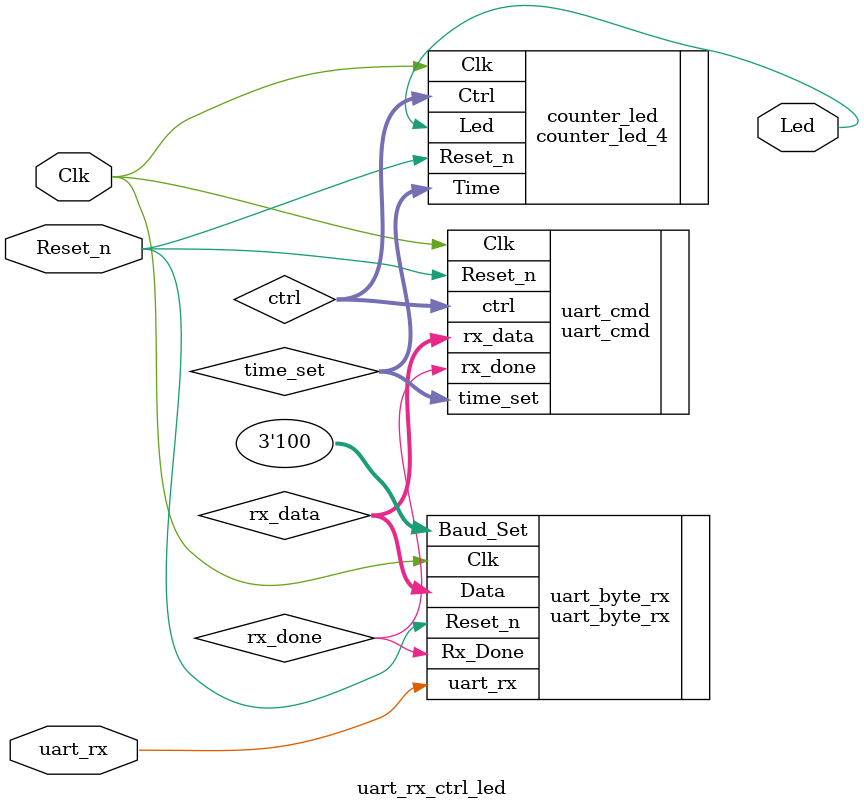
<source format=v>
module uart_rx_ctrl_led(
    Clk,
    Reset_n,
    Led,
    uart_rx
);

    input Clk;
    input Reset_n;
    output Led;
    input uart_rx;
    
    wire [7:0]ctrl;
    wire [31:0]time_set;
    wire [7:0]rx_data;
    wire rx_done;
    
    parameter Baud_Set = 3'd4;
    
    counter_led_4 counter_led(
        .Clk(Clk),
        .Reset_n(Reset_n),
        .Ctrl(ctrl),
        .Time(time_set),
        .Led(Led)
    ); 

    uart_cmd uart_cmd(
        .Clk(Clk),
        .Reset_n(Reset_n),
        .rx_data(rx_data),
        .rx_done(rx_done),
        .ctrl(ctrl),
        .time_set(time_set)
    );
    
    uart_byte_rx uart_byte_rx(
        .Clk(Clk),
        .Reset_n(Reset_n),
        .Baud_Set(Baud_Set),
        .uart_rx(uart_rx),
        .Data(rx_data),
        .Rx_Done(rx_done)  
    ); 

endmodule

</source>
